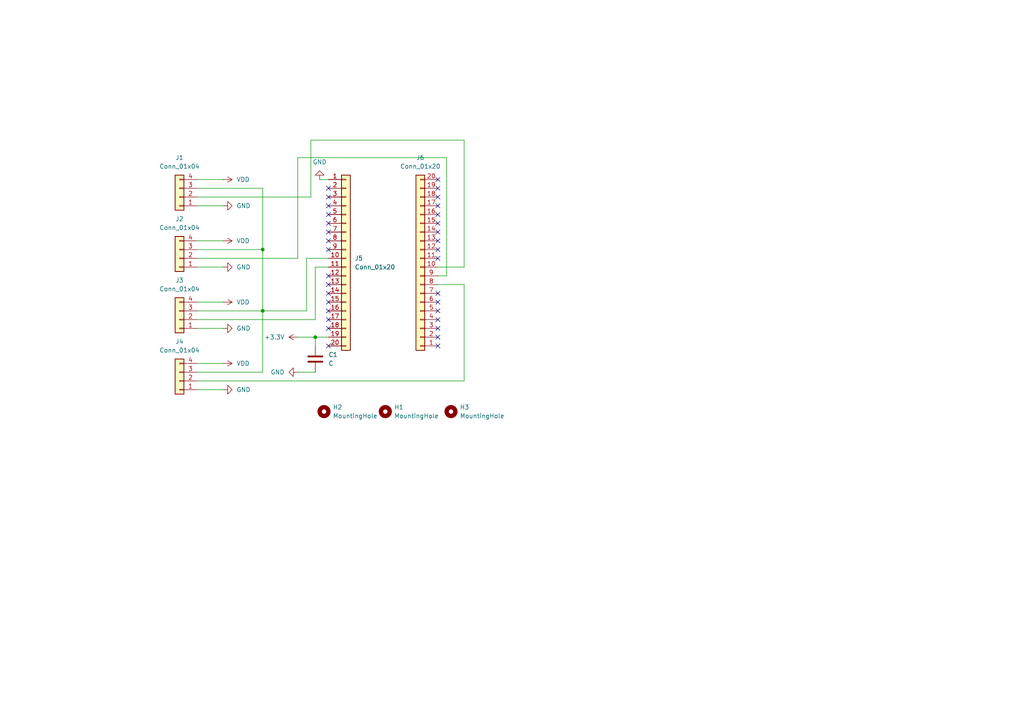
<source format=kicad_sch>
(kicad_sch (version 20231120) (generator "eeschema") (generator_version "8.0")
  (paper "A4")
  (lib_symbols
    (symbol "Connector_Generic:Conn_01x04" (pin_names (offset 1.016) hide)
      (property "Reference" "J" (at 0 5.08 0))
      (property "Value" "Conn_01x04" (at 0 -7.62 0))
      (symbol "Conn_01x04_1_1"
        (rectangle (start -1.27 -4.953) (end 0 -5.207) (stroke (width 0.1524)))
        (rectangle (start -1.27 -2.413) (end 0 -2.667) (stroke (width 0.1524)))
        (rectangle (start -1.27 0.127) (end 0 -0.127) (stroke (width 0.1524)))
        (rectangle (start -1.27 2.667) (end 0 2.413) (stroke (width 0.1524)))
        (rectangle (start -1.27 3.81) (end 1.27 -6.35) (stroke (width 0.254)) (fill (type background)))
        (pin passive line (at -5.08 2.54 0) (length 3.81) (name "Pin_1") (number "1"))
        (pin passive line (at -5.08 0 0) (length 3.81) (name "Pin_2") (number "2"))
        (pin passive line (at -5.08 -2.54 0) (length 3.81) (name "Pin_3") (number "3"))
        (pin passive line (at -5.08 -5.08 0) (length 3.81) (name "Pin_4") (number "4"))
      )
    )
    (symbol "Connector_Generic:Conn_01x20" (pin_names (offset 1.016) hide)
      (property "Reference" "J" (at 0 25.4 0))
      (property "Value" "Conn_01x20" (at 0 -27.94 0))
      (symbol "Conn_01x20_1_1"
        (rectangle (start -1.27 -25.273) (end 0 -25.527) (stroke (width 0.1524)))
        (rectangle (start -1.27 -22.733) (end 0 -22.987) (stroke (width 0.1524)))
        (rectangle (start -1.27 -20.193) (end 0 -20.447) (stroke (width 0.1524)))
        (rectangle (start -1.27 -17.653) (end 0 -17.907) (stroke (width 0.1524)))
        (rectangle (start -1.27 -15.113) (end 0 -15.367) (stroke (width 0.1524)))
        (rectangle (start -1.27 -12.573) (end 0 -12.827) (stroke (width 0.1524)))
        (rectangle (start -1.27 -10.033) (end 0 -10.287) (stroke (width 0.1524)))
        (rectangle (start -1.27 -7.493) (end 0 -7.747) (stroke (width 0.1524)))
        (rectangle (start -1.27 -4.953) (end 0 -5.207) (stroke (width 0.1524)))
        (rectangle (start -1.27 -2.413) (end 0 -2.667) (stroke (width 0.1524)))
        (rectangle (start -1.27 0.127) (end 0 -0.127) (stroke (width 0.1524)))
        (rectangle (start -1.27 2.667) (end 0 2.413) (stroke (width 0.1524)))
        (rectangle (start -1.27 5.207) (end 0 4.953) (stroke (width 0.1524)))
        (rectangle (start -1.27 7.747) (end 0 7.493) (stroke (width 0.1524)))
        (rectangle (start -1.27 10.287) (end 0 10.033) (stroke (width 0.1524)))
        (rectangle (start -1.27 12.827) (end 0 12.573) (stroke (width 0.1524)))
        (rectangle (start -1.27 15.367) (end 0 15.113) (stroke (width 0.1524)))
        (rectangle (start -1.27 17.907) (end 0 17.653) (stroke (width 0.1524)))
        (rectangle (start -1.27 20.447) (end 0 20.193) (stroke (width 0.1524)))
        (rectangle (start -1.27 22.987) (end 0 22.733) (stroke (width 0.1524)))
        (rectangle (start -1.27 24.13) (end 1.27 -26.67) (stroke (width 0.254)) (fill (type background)))
        (pin passive line (at -5.08 22.86 0) (length 3.81) (name "Pin_1") (number "1"))
        (pin passive line (at -5.08 0 0) (length 3.81) (name "Pin_10") (number "10"))
        (pin passive line (at -5.08 -2.54 0) (length 3.81) (name "Pin_11") (number "11"))
        (pin passive line (at -5.08 -5.08 0) (length 3.81) (name "Pin_12") (number "12"))
        (pin passive line (at -5.08 -7.62 0) (length 3.81) (name "Pin_13") (number "13"))
        (pin passive line (at -5.08 -10.16 0) (length 3.81) (name "Pin_14") (number "14"))
        (pin passive line (at -5.08 -12.7 0) (length 3.81) (name "Pin_15") (number "15"))
        (pin passive line (at -5.08 -15.24 0) (length 3.81) (name "Pin_16") (number "16"))
        (pin passive line (at -5.08 -17.78 0) (length 3.81) (name "Pin_17") (number "17"))
        (pin passive line (at -5.08 -20.32 0) (length 3.81) (name "Pin_18") (number "18"))
        (pin passive line (at -5.08 -22.86 0) (length 3.81) (name "Pin_19") (number "19"))
        (pin passive line (at -5.08 20.32 0) (length 3.81) (name "Pin_2") (number "2"))
        (pin passive line (at -5.08 -25.4 0) (length 3.81) (name "Pin_20") (number "20"))
        (pin passive line (at -5.08 17.78 0) (length 3.81) (name "Pin_3") (number "3"))
        (pin passive line (at -5.08 15.24 0) (length 3.81) (name "Pin_4") (number "4"))
        (pin passive line (at -5.08 12.7 0) (length 3.81) (name "Pin_5") (number "5"))
        (pin passive line (at -5.08 10.16 0) (length 3.81) (name "Pin_6") (number "6"))
        (pin passive line (at -5.08 7.62 0) (length 3.81) (name "Pin_7") (number "7"))
        (pin passive line (at -5.08 5.08 0) (length 3.81) (name "Pin_8") (number "8"))
        (pin passive line (at -5.08 2.54 0) (length 3.81) (name "Pin_9") (number "9"))
      )
    )
    (symbol "Device:C" (pin_numbers hide) (pin_names (offset 0.254))
      (property "Reference" "C" (at 0.635 2.54 0))
      (property "Value" "C" (at 0.635 -2.54 0))
      (symbol "C_0_1"
        (polyline (pts (xy -2.032 -0.762) (xy 2.032 -0.762)) (stroke (width 0.508)))
        (polyline (pts (xy -2.032 0.762) (xy 2.032 0.762)) (stroke (width 0.508)))
      )
      (symbol "C_1_1"
        (pin passive line (at 0 3.81 270) (length 2.794) (name "~") (number "1"))
        (pin passive line (at 0 -3.81 90) (length 2.794) (name "~") (number "2"))
      )
    )
    (symbol "Mechanical:MountingHole" (pin_names (offset 1.016)) (exclude_from_sim yes) (in_bom no)
      (property "Reference" "H" (at 0 5.08 0))
      (property "Value" "MountingHole" (at 0 3.175 0))
      (symbol "MountingHole_0_1"
        (circle (center 0 0) (radius 1.27) (stroke (width 1.27)))
      )
    )
    (symbol "power:+3.3V" (power) (pin_numbers hide) (pin_names (offset 0) hide)
      (property "Value" "+3.3V" (at 0 3.556 0))
      (symbol "+3.3V_0_1"
        (polyline (pts (xy -0.762 1.27) (xy 0 2.54)))
        (polyline (pts (xy 0 0) (xy 0 2.54)))
        (polyline (pts (xy 0 2.54) (xy 0.762 1.27)))
      )
      (symbol "+3.3V_1_1"
        (pin power_in line (at 0 0 90) (length 0) (name "~") (number "1"))
      )
    )
    (symbol "power:GND" (power) (pin_numbers hide) (pin_names (offset 0) hide)
      (property "Value" "GND" (at 0 -3.81 0))
      (symbol "GND_0_1"
        (polyline (pts (xy 0 0) (xy 0 -1.27) (xy 1.27 -1.27) (xy 0 -2.54) (xy -1.27 -1.27) (xy 0 -1.27)))
      )
      (symbol "GND_1_1"
        (pin power_in line (at 0 0 270) (length 0) (name "~") (number "1"))
      )
    )
    (symbol "power:VDD" (power) (pin_numbers hide) (pin_names (offset 0) hide)
      (property "Value" "VDD" (at 0 3.556 0))
      (symbol "VDD_0_1"
        (polyline (pts (xy -0.762 1.27) (xy 0 2.54)))
        (polyline (pts (xy 0 0) (xy 0 2.54)))
        (polyline (pts (xy 0 2.54) (xy 0.762 1.27)))
      )
      (symbol "VDD_1_1"
        (pin power_in line (at 0 0 90) (length 0) (name "~") (number "1"))
      )
    )
  )
  (junction (at 91.44 97.79))
  (junction (at 76.2 72.39))
  (junction (at 76.2 90.17))
  (no_connect (at 127 85.09))
  (no_connect (at 127 69.85))
  (no_connect (at 95.25 54.61))
  (no_connect (at 95.25 59.69))
  (no_connect (at 127 92.71))
  (no_connect (at 95.25 85.09))
  (no_connect (at 95.25 87.63))
  (no_connect (at 95.25 100.33))
  (no_connect (at 127 90.17))
  (no_connect (at 127 52.07))
  (no_connect (at 95.25 72.39))
  (no_connect (at 127 95.25))
  (no_connect (at 127 87.63))
  (no_connect (at 127 97.79))
  (no_connect (at 127 72.39))
  (no_connect (at 95.25 57.15))
  (no_connect (at 127 100.33))
  (no_connect (at 95.25 82.55))
  (no_connect (at 127 64.77))
  (no_connect (at 95.25 95.25))
  (no_connect (at 95.25 92.71))
  (no_connect (at 95.25 62.23))
  (no_connect (at 95.25 69.85))
  (no_connect (at 95.25 90.17))
  (no_connect (at 127 59.69))
  (no_connect (at 95.25 80.01))
  (no_connect (at 127 74.93))
  (no_connect (at 127 67.31))
  (no_connect (at 127 54.61))
  (no_connect (at 127 62.23))
  (no_connect (at 127 57.15))
  (no_connect (at 95.25 64.77))
  (no_connect (at 95.25 67.31))
  (wire (pts (xy 134.62 40.64) (xy 134.62 77.47)))
  (wire (pts (xy 57.15 59.69) (xy 64.77 59.69)))
  (wire (pts (xy 91.44 77.47) (xy 95.25 77.47)))
  (wire (pts (xy 76.2 107.95) (xy 76.2 90.17)))
  (wire (pts (xy 91.44 97.79) (xy 91.44 100.33)))
  (wire (pts (xy 91.44 97.79) (xy 95.25 97.79)))
  (wire (pts (xy 88.9 90.17) (xy 88.9 74.93)))
  (wire (pts (xy 57.15 92.71) (xy 91.44 92.71)))
  (wire (pts (xy 76.2 72.39) (xy 76.2 54.61)))
  (wire (pts (xy 57.15 54.61) (xy 76.2 54.61)))
  (wire (pts (xy 57.15 77.47) (xy 64.77 77.47)))
  (wire (pts (xy 127 80.01) (xy 129.54 80.01)))
  (wire (pts (xy 76.2 90.17) (xy 76.2 72.39)))
  (wire (pts (xy 57.15 57.15) (xy 90.17 57.15)))
  (wire (pts (xy 127 82.55) (xy 134.62 82.55)))
  (wire (pts (xy 57.15 107.95) (xy 76.2 107.95)))
  (wire (pts (xy 57.15 87.63) (xy 64.77 87.63)))
  (wire (pts (xy 57.15 90.17) (xy 76.2 90.17)))
  (wire (pts (xy 57.15 69.85) (xy 64.77 69.85)))
  (wire (pts (xy 86.36 97.79) (xy 91.44 97.79)))
  (wire (pts (xy 57.15 95.25) (xy 64.77 95.25)))
  (wire (pts (xy 57.15 72.39) (xy 76.2 72.39)))
  (wire (pts (xy 57.15 52.07) (xy 64.77 52.07)))
  (wire (pts (xy 86.36 74.93) (xy 86.36 45.72)))
  (wire (pts (xy 88.9 74.93) (xy 95.25 74.93)))
  (wire (pts (xy 86.36 45.72) (xy 129.54 45.72)))
  (wire (pts (xy 57.15 105.41) (xy 64.77 105.41)))
  (wire (pts (xy 57.15 110.49) (xy 134.62 110.49)))
  (wire (pts (xy 91.44 92.71) (xy 91.44 77.47)))
  (wire (pts (xy 86.36 107.95) (xy 91.44 107.95)))
  (wire (pts (xy 129.54 45.72) (xy 129.54 80.01)))
  (wire (pts (xy 57.15 113.03) (xy 64.77 113.03)))
  (wire (pts (xy 127 77.47) (xy 134.62 77.47)))
  (wire (pts (xy 90.17 57.15) (xy 90.17 40.64)))
  (wire (pts (xy 57.15 74.93) (xy 86.36 74.93)))
  (wire (pts (xy 76.2 90.17) (xy 88.9 90.17)))
  (wire (pts (xy 90.17 40.64) (xy 134.62 40.64)))
  (wire (pts (xy 92.71 52.07) (xy 95.25 52.07)))
  (wire (pts (xy 134.62 110.49) (xy 134.62 82.55)))
  (symbol (lib_id "power:VDD") (at 64.77 105.41 270) (unit 1)
    (property "Reference" "#PWR08" (effects (hide yes)))
    (property "Value" "VDD" (at 68.58 105.4099 90) (effects (justify left)))
    (property "Description" "Power symbol creates a global label with name \"VDD\"" (effects (hide yes)))
  )
  (symbol (lib_id "Connector_Generic:Conn_01x20") (at 100.33 74.93 0) (unit 1)
    (property "Reference" "J5" (at 102.87 74.9299 0) (effects (justify left)))
    (property "Value" "Conn_01x20" (at 102.87 77.4699 0) (effects (justify left)))
    (property "Footprint" "Connector_PinSocket_2.54mm:PinSocket_1x20_P2.54mm_Vertical" (effects (hide yes)))
    (property "Description" "Generic connector, single row, 01x20, script generated (kicad-library-utils/schlib/autogen/connector/)" (effects (hide yes)))
  )
  (symbol (lib_id "power:GND") (at 86.36 107.95 270) (unit 1)
    (property "Reference" "#PWR010" (effects (hide yes)))
    (property "Value" "GND" (at 82.55 107.9499 90) (effects (justify right)))
    (property "Description" "Power symbol creates a global label with name \"GND\" , ground" (effects (hide yes)))
  )
  (symbol (lib_id "power:GND") (at 64.77 59.69 90) (unit 1)
    (property "Reference" "#PWR04" (effects (hide yes)))
    (property "Value" "GND" (at 68.58 59.6899 90) (effects (justify right)))
    (property "Description" "Power symbol creates a global label with name \"GND\" , ground" (effects (hide yes)))
  )
  (symbol (lib_id "Connector_Generic:Conn_01x20") (at 121.92 77.47 180) (unit 1)
    (property "Reference" "J6" (at 121.92 45.72 0))
    (property "Value" "Conn_01x20" (at 121.92 48.26 0))
    (property "Footprint" "Connector_PinSocket_2.54mm:PinSocket_1x20_P2.54mm_Vertical" (effects (hide yes)))
    (property "Description" "Generic connector, single row, 01x20, script generated (kicad-library-utils/schlib/autogen/connector/)" (effects (hide yes)))
  )
  (symbol (lib_id "power:GND") (at 64.77 95.25 90) (unit 1)
    (property "Reference" "#PWR02" (effects (hide yes)))
    (property "Value" "GND" (at 68.58 95.2499 90) (effects (justify right)))
    (property "Description" "Power symbol creates a global label with name \"GND\" , ground" (effects (hide yes)))
  )
  (symbol (lib_id "Connector_Generic:Conn_01x04") (at 52.07 110.49 180) (unit 1)
    (property "Reference" "J4" (at 52.07 99.06 0))
    (property "Value" "Conn_01x04" (at 52.07 101.6 0))
    (property "Footprint" "Connector_PinSocket_2.54mm:PinSocket_1x04_P2.54mm_Vertical" (effects (hide yes)))
    (property "Description" "Generic connector, single row, 01x04, script generated (kicad-library-utils/schlib/autogen/connector/)" (effects (hide yes)))
  )
  (symbol (lib_id "power:VDD") (at 64.77 52.07 270) (unit 1)
    (property "Reference" "#PWR05" (effects (hide yes)))
    (property "Value" "VDD" (at 68.58 52.0699 90) (effects (justify left)))
    (property "Description" "Power symbol creates a global label with name \"VDD\"" (effects (hide yes)))
  )
  (symbol (lib_id "power:GND") (at 64.77 77.47 90) (unit 1)
    (property "Reference" "#PWR03" (effects (hide yes)))
    (property "Value" "GND" (at 68.58 77.4699 90) (effects (justify right)))
    (property "Description" "Power symbol creates a global label with name \"GND\" , ground" (effects (hide yes)))
  )
  (symbol (lib_id "power:GND") (at 64.77 113.03 90) (unit 1)
    (property "Reference" "#PWR01" (effects (hide yes)))
    (property "Value" "GND" (at 68.58 113.0299 90) (effects (justify right)))
    (property "Description" "Power symbol creates a global label with name \"GND\" , ground" (effects (hide yes)))
  )
  (symbol (lib_id "Device:C") (at 91.44 104.14 0) (unit 1)
    (property "Reference" "C1" (at 95.25 102.8699 0) (effects (justify left)))
    (property "Value" "C" (at 95.25 105.4099 0) (effects (justify left)))
    (property "Footprint" "Capacitor_THT:CP_Radial_D8.0mm_P5.00mm" (effects (hide yes)))
    (property "Description" "Unpolarized capacitor" (effects (hide yes)))
  )
  (symbol (lib_id "Connector_Generic:Conn_01x04") (at 52.07 74.93 180) (unit 1)
    (property "Reference" "J2" (at 52.07 63.5 0))
    (property "Value" "Conn_01x04" (at 52.07 66.04 0))
    (property "Footprint" "Connector_PinSocket_2.54mm:PinSocket_1x04_P2.54mm_Vertical" (effects (hide yes)))
    (property "Description" "Generic connector, single row, 01x04, script generated (kicad-library-utils/schlib/autogen/connector/)" (effects (hide yes)))
  )
  (symbol (lib_id "Mechanical:MountingHole") (at 93.98 119.38 0) (unit 1) (exclude_from_sim yes) (in_bom no)
    (property "Reference" "H2" (at 96.52 118.1099 0) (effects (justify left)))
    (property "Value" "MountingHole" (at 96.52 120.6499 0) (effects (justify left)))
    (property "Footprint" "MountingHole:MountingHole_3.2mm_M3" (effects (hide yes)))
    (property "Description" "Mounting Hole without connection" (effects (hide yes)))
  )
  (symbol (lib_id "power:VDD") (at 64.77 69.85 270) (unit 1)
    (property "Reference" "#PWR06" (effects (hide yes)))
    (property "Value" "VDD" (at 68.58 69.8499 90) (effects (justify left)))
    (property "Description" "Power symbol creates a global label with name \"VDD\"" (effects (hide yes)))
  )
  (symbol (lib_id "Connector_Generic:Conn_01x04") (at 52.07 92.71 180) (unit 1)
    (property "Reference" "J3" (at 52.07 81.28 0))
    (property "Value" "Conn_01x04" (at 52.07 83.82 0))
    (property "Footprint" "Connector_PinSocket_2.54mm:PinSocket_1x04_P2.54mm_Vertical" (effects (hide yes)))
    (property "Description" "Generic connector, single row, 01x04, script generated (kicad-library-utils/schlib/autogen/connector/)" (effects (hide yes)))
  )
  (symbol (lib_id "Connector_Generic:Conn_01x04") (at 52.07 57.15 180) (unit 1)
    (property "Reference" "J1" (at 52.07 45.72 0))
    (property "Value" "Conn_01x04" (at 52.07 48.26 0))
    (property "Footprint" "Connector_PinSocket_2.54mm:PinSocket_1x04_P2.54mm_Vertical" (effects (hide yes)))
    (property "Description" "Generic connector, single row, 01x04, script generated (kicad-library-utils/schlib/autogen/connector/)" (effects (hide yes)))
  )
  (symbol (lib_id "power:+3.3V") (at 86.36 97.79 90) (unit 1)
    (property "Reference" "#PWR09" (effects (hide yes)))
    (property "Value" "+3.3V" (at 82.55 97.7899 90) (effects (justify left)))
    (property "Description" "Power symbol creates a global label with name \"+3.3V\"" (effects (hide yes)))
  )
  (symbol (lib_id "power:GND") (at 92.71 52.07 180) (unit 1)
    (property "Reference" "#PWR011" (effects (hide yes)))
    (property "Value" "GND" (at 92.71 46.99 0))
    (property "Description" "Power symbol creates a global label with name \"GND\" , ground" (effects (hide yes)))
  )
  (symbol (lib_id "Mechanical:MountingHole") (at 130.81 119.38 0) (unit 1) (exclude_from_sim yes) (in_bom no)
    (property "Reference" "H3" (at 133.35 118.1099 0) (effects (justify left)))
    (property "Value" "MountingHole" (at 133.35 120.6499 0) (effects (justify left)))
    (property "Footprint" "MountingHole:MountingHole_3.2mm_M3" (effects (hide yes)))
    (property "Description" "Mounting Hole without connection" (effects (hide yes)))
  )
  (symbol (lib_id "Mechanical:MountingHole") (at 111.76 119.38 0) (unit 1) (exclude_from_sim yes) (in_bom no)
    (property "Reference" "H1" (at 114.3 118.1099 0) (effects (justify left)))
    (property "Value" "MountingHole" (at 114.3 120.6499 0) (effects (justify left)))
    (property "Footprint" "MountingHole:MountingHole_3.2mm_M3" (effects (hide yes)))
    (property "Description" "Mounting Hole without connection" (effects (hide yes)))
  )
  (symbol (lib_id "power:VDD") (at 64.77 87.63 270) (unit 1)
    (property "Reference" "#PWR07" (effects (hide yes)))
    (property "Value" "VDD" (at 68.58 87.6299 90) (effects (justify left)))
    (property "Description" "Power symbol creates a global label with name \"VDD\"" (effects (hide yes)))
  )
)
</source>
